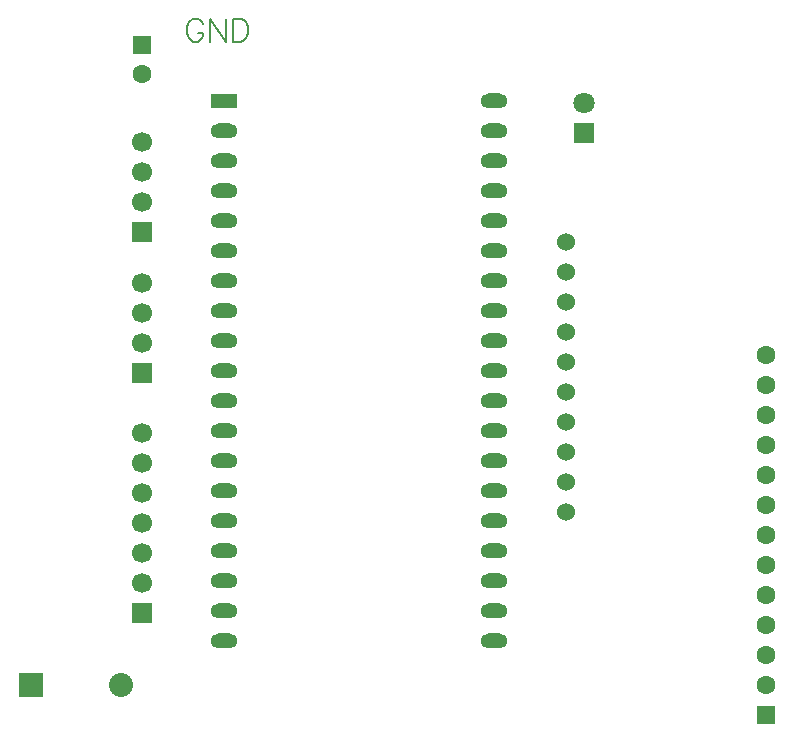
<source format=gtl>
G04 Layer: TopLayer*
G04 EasyEDA v6.5.23, 2023-06-03 17:25:55*
G04 e563b856323e489fb497cbcb29ae2dd2,10*
G04 Gerber Generator version 0.2*
G04 Scale: 100 percent, Rotated: No, Reflected: No *
G04 Dimensions in millimeters *
G04 leading zeros omitted , absolute positions ,4 integer and 5 decimal *
%FSLAX45Y45*%
%MOMM*%

%ADD10C,0.2032*%
%ADD11R,2.0320X2.0320*%
%ADD12C,2.0320*%
%ADD13R,2.2860X1.2700*%
%ADD14O,2.286X1.27*%
%ADD15C,1.6000*%
%ADD16R,1.6000X1.6000*%
%ADD17R,1.7000X1.7000*%
%ADD18C,1.7000*%
%ADD19C,1.5240*%
%ADD20R,1.8000X1.8000*%
%ADD21C,1.8000*%

%LPD*%
D10*
X2500629Y10026650D02*
G01*
X2491486Y10045192D01*
X2472943Y10063734D01*
X2454656Y10072878D01*
X2417572Y10072878D01*
X2399029Y10063734D01*
X2380741Y10045192D01*
X2371343Y10026650D01*
X2362200Y9998963D01*
X2362200Y9952989D01*
X2371343Y9925050D01*
X2380741Y9906762D01*
X2399029Y9888220D01*
X2417572Y9879076D01*
X2454656Y9879076D01*
X2472943Y9888220D01*
X2491486Y9906762D01*
X2500629Y9925050D01*
X2500629Y9952989D01*
X2454656Y9952989D02*
G01*
X2500629Y9952989D01*
X2561590Y10072878D02*
G01*
X2561590Y9879076D01*
X2561590Y10072878D02*
G01*
X2691129Y9879076D01*
X2691129Y10072878D02*
G01*
X2691129Y9879076D01*
X2752090Y10072878D02*
G01*
X2752090Y9879076D01*
X2752090Y10072878D02*
G01*
X2816606Y10072878D01*
X2844291Y10063734D01*
X2862834Y10045192D01*
X2871977Y10026650D01*
X2881375Y9998963D01*
X2881375Y9952989D01*
X2871977Y9925050D01*
X2862834Y9906762D01*
X2844291Y9888220D01*
X2816606Y9879076D01*
X2752090Y9879076D01*
D11*
G01*
X1041400Y4432300D03*
D12*
G01*
X1802409Y4432300D03*
D13*
G01*
X2679700Y9372600D03*
D14*
G01*
X2679700Y9118600D03*
G01*
X2679700Y8864600D03*
G01*
X2679700Y8610600D03*
G01*
X2679700Y8356600D03*
G01*
X2679700Y8102600D03*
G01*
X2679700Y7848600D03*
G01*
X2679700Y7594600D03*
G01*
X2679700Y7340600D03*
G01*
X2679700Y7086600D03*
G01*
X2679700Y6832600D03*
G01*
X2679700Y6578600D03*
G01*
X2679700Y6324600D03*
G01*
X2679700Y6070600D03*
G01*
X2679700Y5816600D03*
G01*
X2679700Y5562600D03*
G01*
X2679700Y5308600D03*
G01*
X2679700Y5054600D03*
G01*
X2679700Y4800600D03*
G01*
X4965700Y4800600D03*
G01*
X4965700Y5054600D03*
G01*
X4965700Y5308600D03*
G01*
X4965700Y5562600D03*
G01*
X4965700Y5816600D03*
G01*
X4965700Y6070600D03*
G01*
X4965700Y6324600D03*
G01*
X4965700Y6578600D03*
G01*
X4965700Y6832600D03*
G01*
X4965700Y7086600D03*
G01*
X4965700Y7340600D03*
G01*
X4965700Y7594600D03*
G01*
X4965700Y7848600D03*
G01*
X4965700Y8102600D03*
G01*
X4965700Y8356600D03*
G01*
X4965700Y8610600D03*
G01*
X4965700Y8864600D03*
G01*
X4965700Y9118600D03*
G01*
X4965700Y9372600D03*
D15*
G01*
X1981200Y9603206D03*
D16*
G01*
X1981200Y9853193D03*
D17*
G01*
X1981200Y7073900D03*
D18*
G01*
X1981200Y7327900D03*
G01*
X1981200Y7581900D03*
G01*
X1981200Y7835900D03*
D19*
G01*
X5569087Y5898982D03*
G01*
X5569087Y8184982D03*
G01*
X5569087Y7930982D03*
G01*
X5569087Y7676982D03*
G01*
X5569087Y7422982D03*
G01*
X5569087Y7168982D03*
G01*
X5569087Y6914982D03*
G01*
X5569087Y6660982D03*
G01*
X5569087Y6406982D03*
G01*
X5569087Y6152982D03*
D16*
G01*
X7264400Y4178300D03*
D15*
G01*
X7264400Y4432300D03*
G01*
X7264400Y4686300D03*
G01*
X7264400Y4940300D03*
G01*
X7264400Y5194300D03*
G01*
X7264400Y5448300D03*
G01*
X7264400Y5702300D03*
G01*
X7264400Y5956300D03*
G01*
X7264400Y6210300D03*
G01*
X7264400Y6464300D03*
G01*
X7264400Y6718300D03*
G01*
X7264400Y6972300D03*
G01*
X7264400Y7226300D03*
D20*
G01*
X5727700Y9105900D03*
D21*
G01*
X5727700Y9359900D03*
D17*
G01*
X1981200Y5041900D03*
D18*
G01*
X1981200Y5295900D03*
G01*
X1981200Y5549900D03*
G01*
X1981200Y5803900D03*
G01*
X1981200Y6057900D03*
G01*
X1981200Y6311900D03*
G01*
X1981200Y6565900D03*
D17*
G01*
X1981200Y8267700D03*
D18*
G01*
X1981200Y8521700D03*
G01*
X1981200Y8775700D03*
G01*
X1981200Y9029700D03*
M02*

</source>
